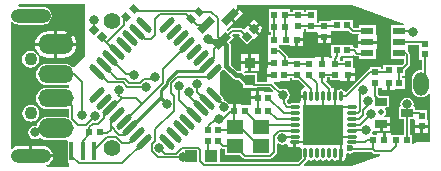
<source format=gtl>
G04 Layer_Physical_Order=1*
G04 Layer_Color=255*
%FSLAX25Y25*%
%MOIN*%
G70*
G01*
G75*
%ADD10O,0.11811X0.06693*%
%ADD11O,0.11811X0.05906*%
%ADD12R,0.03937X0.03937*%
G04:AMPARAMS|DCode=13|XSize=23.62mil|YSize=59.06mil|CornerRadius=0mil|HoleSize=0mil|Usage=FLASHONLY|Rotation=135.000|XOffset=0mil|YOffset=0mil|HoleType=Round|Shape=Rectangle|*
%AMROTATEDRECTD13*
4,1,4,0.02923,0.01253,-0.01253,-0.02923,-0.02923,-0.01253,0.01253,0.02923,0.02923,0.01253,0.0*
%
%ADD13ROTATEDRECTD13*%

%ADD14R,0.01181X0.06299*%
%ADD15R,0.05512X0.04528*%
%ADD16R,0.04331X0.02362*%
%ADD17R,0.13189X0.13189*%
%ADD18O,0.01181X0.03740*%
%ADD19O,0.03740X0.01181*%
G04:AMPARAMS|DCode=20|XSize=21.65mil|YSize=64.96mil|CornerRadius=0mil|HoleSize=0mil|Usage=FLASHONLY|Rotation=45.000|XOffset=0mil|YOffset=0mil|HoleType=Round|Shape=Round|*
%AMOVALD20*
21,1,0.04331,0.02165,0.00000,0.00000,135.0*
1,1,0.02165,0.01531,-0.01531*
1,1,0.02165,-0.01531,0.01531*
%
%ADD20OVALD20*%

G04:AMPARAMS|DCode=21|XSize=21.65mil|YSize=64.96mil|CornerRadius=0mil|HoleSize=0mil|Usage=FLASHONLY|Rotation=135.000|XOffset=0mil|YOffset=0mil|HoleType=Round|Shape=Round|*
%AMOVALD21*
21,1,0.04331,0.02165,0.00000,0.00000,225.0*
1,1,0.02165,0.01531,0.01531*
1,1,0.02165,-0.01531,-0.01531*
%
%ADD21OVALD21*%

%ADD22R,0.03740X0.03740*%
%ADD23R,0.03937X0.02559*%
%ADD24R,0.02441X0.02441*%
%ADD25R,0.02441X0.02441*%
%ADD26P,0.03452X4X90.0*%
%ADD27P,0.03452X4X180.0*%
%ADD28R,0.02441X0.02362*%
%ADD29R,0.02362X0.02441*%
%ADD30R,0.02284X0.02441*%
%ADD31R,0.02441X0.02284*%
G04:AMPARAMS|DCode=32|XSize=24.41mil|YSize=22.84mil|CornerRadius=0mil|HoleSize=0mil|Usage=FLASHONLY|Rotation=315.000|XOffset=0mil|YOffset=0mil|HoleType=Round|Shape=Rectangle|*
%AMROTATEDRECTD32*
4,1,4,-0.01670,0.00056,-0.00056,0.01670,0.01670,-0.00056,0.00056,-0.01670,-0.01670,0.00056,0.0*
%
%ADD32ROTATEDRECTD32*%

%ADD33C,0.00700*%
%ADD34C,0.00600*%
%ADD35C,0.01000*%
%ADD36C,0.01575*%
%ADD37C,0.01969*%
%ADD38C,0.04331*%
%ADD39O,0.13386X0.04724*%
%ADD40O,0.05118X0.07874*%
%ADD41C,0.05512*%
%ADD42C,0.03150*%
%ADD43C,0.01969*%
%ADD44C,0.02362*%
G36*
X236762Y134597D02*
X237614D01*
Y131424D01*
X237402Y131237D01*
X236577Y131129D01*
X235808Y130811D01*
X235149Y130304D01*
X234642Y129644D01*
X234324Y128876D01*
X234215Y128051D01*
Y125295D01*
X234324Y124471D01*
X234642Y123702D01*
X235149Y123042D01*
X235808Y122536D01*
X236577Y122218D01*
X237402Y122109D01*
X238226Y122218D01*
X238995Y122536D01*
X239655Y123042D01*
X239953Y123431D01*
X240453Y123261D01*
Y107087D01*
X235925Y107087D01*
X234710Y106645D01*
X234301Y106932D01*
Y109695D01*
X233528D01*
Y115050D01*
X235105D01*
X235275Y114634D01*
X235279Y114564D01*
Y112902D01*
X237500D01*
X239720D01*
Y114622D01*
X239320D01*
Y117765D01*
X237269D01*
X237182Y117824D01*
X236811Y117898D01*
X235246D01*
Y118809D01*
X235197D01*
X234800Y119309D01*
X234895Y119783D01*
X234726Y120632D01*
X234245Y121351D01*
X233526Y121832D01*
X232677Y122001D01*
X231829Y121832D01*
X231109Y121351D01*
X230628Y120632D01*
X230460Y119783D01*
X230554Y119309D01*
X230157Y118809D01*
X230109D01*
Y115050D01*
X231590D01*
Y109695D01*
X230817D01*
Y109695D01*
X230600D01*
Y109695D01*
X227220D01*
Y110094D01*
X225500D01*
Y107874D01*
X224500D01*
Y110094D01*
X222779D01*
Y109695D01*
X221294D01*
X221058Y110135D01*
X221154Y110279D01*
X221279Y110909D01*
X223516D01*
Y113189D01*
X224016D01*
Y113689D01*
X226984D01*
Y115469D01*
X224992D01*
X224840Y115969D01*
X225158Y116181D01*
X225508Y116705D01*
X225631Y117323D01*
X225508Y117941D01*
X225275Y118290D01*
X225503Y118790D01*
X226584D01*
Y122549D01*
X223506D01*
X223016Y123039D01*
Y125148D01*
X223854D01*
X223868Y125148D01*
X224354Y125116D01*
Y124551D01*
X226075D01*
Y126772D01*
X227075D01*
Y124551D01*
X228795D01*
Y124951D01*
X231939D01*
Y128592D01*
X231087D01*
Y129282D01*
X231939D01*
Y131159D01*
X233362Y132583D01*
X233572Y132897D01*
X233646Y133268D01*
Y136319D01*
X233572Y136690D01*
X233362Y137004D01*
X232883Y137482D01*
X232884Y138592D01*
X232883Y139083D01*
X232907Y139583D01*
X236762D01*
Y134597D01*
D02*
G37*
G36*
X214469Y152756D02*
X231494Y146565D01*
X231407Y146072D01*
X227353D01*
Y142832D01*
X227353Y142510D01*
X227353D01*
Y142332D01*
X227353D01*
Y139092D01*
X227353Y138770D01*
X227353Y138270D01*
Y135030D01*
X231709D01*
Y133669D01*
X230962Y132923D01*
X228738D01*
X228455Y132923D01*
X227955Y132923D01*
X224754D01*
Y131559D01*
X223868D01*
Y132332D01*
X220227D01*
Y131534D01*
X219984Y131485D01*
X219669Y131275D01*
X215582Y127188D01*
X215213Y127526D01*
Y129224D01*
X213492D01*
Y127504D01*
X215191D01*
X215529Y127135D01*
X212314Y123920D01*
X211771Y124084D01*
X211751Y124185D01*
X211488Y124579D01*
X211094Y124842D01*
X210630Y124934D01*
X210165Y124842D01*
X209930Y124685D01*
X209808Y124867D01*
X209282Y125219D01*
X209161Y125243D01*
Y122441D01*
X208161D01*
Y125243D01*
X208124Y125235D01*
X207802Y125299D01*
X207588Y125371D01*
X207378Y125685D01*
X205659Y127404D01*
X205866Y127904D01*
X206151D01*
Y128756D01*
X206841D01*
Y127904D01*
X210482D01*
X210772Y127524D01*
Y127504D01*
X212492D01*
Y129724D01*
X212992D01*
Y130224D01*
X215213D01*
Y131945D01*
X214813D01*
Y135088D01*
X211172D01*
Y134236D01*
X210482D01*
Y135088D01*
X210482Y135088D01*
X210393Y135485D01*
X210663Y135975D01*
X214616D01*
Y136162D01*
X215116Y136369D01*
X215457Y136028D01*
X215771Y135818D01*
X216142Y135744D01*
X216723D01*
Y135030D01*
X222253D01*
Y138370D01*
X222654D01*
Y140051D01*
X216323D01*
Y138608D01*
X215823Y138401D01*
X215744Y138480D01*
X215430Y138690D01*
X215059Y138764D01*
X214616D01*
Y139616D01*
X207432D01*
Y135975D01*
X207542D01*
X207763Y135563D01*
X207553Y135088D01*
X206841D01*
X206551Y135468D01*
Y135488D01*
X204831D01*
Y133307D01*
X203831D01*
Y135488D01*
X202110D01*
Y135468D01*
X201820Y135088D01*
X198180D01*
Y135088D01*
X197883Y135088D01*
Y135088D01*
X194243D01*
Y135088D01*
X193750Y135105D01*
Y135285D01*
X192898D01*
Y135630D01*
X192824Y136001D01*
X192614Y136315D01*
X190646Y138283D01*
X190331Y138493D01*
X190009Y138557D01*
Y139501D01*
X190503Y139518D01*
Y139518D01*
X193646D01*
Y139118D01*
X195366D01*
Y141339D01*
X195866D01*
Y141839D01*
X198087D01*
Y143559D01*
X198087D01*
X198119Y144046D01*
X198277D01*
Y144858D01*
X198967D01*
Y144046D01*
X202608D01*
X202898Y143666D01*
Y142823D01*
X205118D01*
X207339D01*
Y143781D01*
X207432Y144243D01*
X207714Y144243D01*
X213246D01*
X213882Y143606D01*
X214196Y143396D01*
X214567Y143323D01*
X216723D01*
Y142732D01*
X216323D01*
Y141051D01*
X222654D01*
Y142732D01*
X222253D01*
Y146072D01*
X216723D01*
Y145260D01*
X214968D01*
X214616Y145612D01*
Y147883D01*
X207432D01*
Y147704D01*
X206939Y147687D01*
Y147687D01*
X203298D01*
Y146835D01*
X202608D01*
Y151230D01*
X198967D01*
Y150417D01*
X198277D01*
Y151230D01*
X194636D01*
Y150575D01*
X193750D01*
Y151427D01*
X186565D01*
Y147786D01*
X186565D01*
X186565Y147490D01*
X186565D01*
Y143849D01*
X187220D01*
Y142962D01*
X186369D01*
Y139321D01*
Y135778D01*
X186165Y135685D01*
Y133965D01*
X188386D01*
Y132965D01*
X186165D01*
Y131748D01*
X185969D01*
Y130028D01*
X188189D01*
Y129028D01*
X185969D01*
Y127347D01*
X182785D01*
Y130226D01*
X178520D01*
X178475Y130291D01*
X178739Y130791D01*
X179815D01*
Y133161D01*
X177445D01*
Y131239D01*
X176945Y130829D01*
X176870Y130844D01*
X176078D01*
X173892Y133030D01*
Y139556D01*
X173784Y140097D01*
X173478Y140556D01*
X173323Y140711D01*
X174835Y142223D01*
X174260Y142798D01*
X174687Y143224D01*
X176754D01*
X176992Y142756D01*
X176586Y142350D01*
X179161Y139775D01*
X181383Y141998D01*
X181666Y141715D01*
X182883Y142931D01*
X181313Y144502D01*
X179743Y146072D01*
X178526Y144855D01*
X178027Y144853D01*
X178002Y144878D01*
X177688Y145088D01*
X177317Y145161D01*
X174285D01*
X173915Y145088D01*
X173600Y144878D01*
X172890Y144168D01*
X172473Y144585D01*
X174896Y147009D01*
X173354Y148551D01*
X173708Y148905D01*
X173354Y149258D01*
X176149Y152053D01*
X175908Y152294D01*
X176100Y152756D01*
X214469Y152756D01*
D02*
G37*
G36*
X194243Y127904D02*
X196474D01*
X198575Y125803D01*
X198410Y125261D01*
X198198Y125219D01*
X197672Y124867D01*
X197321Y124341D01*
X197197Y123721D01*
Y122941D01*
X198819D01*
Y121941D01*
X197197D01*
Y121161D01*
X197215Y121073D01*
X197130Y120587D01*
X196791Y120227D01*
X196630Y120097D01*
X196555Y120112D01*
X193996D01*
X193532Y120019D01*
X193303Y119866D01*
X193216D01*
X192603Y120480D01*
Y121063D01*
X192906Y121267D01*
X193387Y121986D01*
X193556Y122835D01*
X193387Y123683D01*
X192906Y124403D01*
X192187Y124883D01*
X191339Y125052D01*
X190490Y124883D01*
X190297Y124754D01*
X188244Y126807D01*
X188451Y127307D01*
X190410D01*
Y127707D01*
X193553D01*
Y128716D01*
X194243D01*
Y127904D01*
D02*
G37*
G36*
X174492Y128429D02*
X174951Y128122D01*
X175492Y128015D01*
X176284D01*
X177543Y126756D01*
X177845Y126554D01*
Y125286D01*
X182785D01*
Y125409D01*
X186902D01*
X187944Y124368D01*
X187736Y123868D01*
X185094D01*
Y124268D01*
X183374D01*
Y122047D01*
X182874D01*
Y121547D01*
X180654D01*
Y119917D01*
X180364Y119537D01*
X177220D01*
Y119937D01*
X175500D01*
Y117717D01*
X174500D01*
Y119937D01*
X173423D01*
X173131Y120373D01*
X172412Y120854D01*
X171982Y120939D01*
X171553Y121343D01*
X171422Y122000D01*
X171050Y122556D01*
X170472Y123134D01*
Y130409D01*
X171050Y130987D01*
X171122Y131094D01*
X171765Y131156D01*
X174492Y128429D01*
D02*
G37*
G36*
X125197Y149705D02*
Y136122D01*
X125295Y136024D01*
X121510Y132238D01*
X121056Y132268D01*
X120314Y132838D01*
X119449Y133196D01*
X118522Y133318D01*
X112616D01*
X111689Y133196D01*
X110825Y132838D01*
X110082Y132268D01*
X109513Y131526D01*
X109155Y130662D01*
X109033Y129734D01*
X109155Y128807D01*
X109513Y127943D01*
X110082Y127200D01*
X110825Y126631D01*
X111689Y126273D01*
X112616Y126151D01*
X118522D01*
X119449Y126273D01*
X119663Y126362D01*
X120079Y126084D01*
Y125385D01*
X119663Y125107D01*
X119449Y125196D01*
X118522Y125318D01*
X112616D01*
X111689Y125196D01*
X110825Y124838D01*
X110082Y124268D01*
X109513Y123526D01*
X109155Y122662D01*
X109033Y121734D01*
X109155Y120807D01*
X109513Y119942D01*
X110082Y119200D01*
X110825Y118631D01*
X111689Y118273D01*
X112616Y118151D01*
X118522D01*
X119449Y118273D01*
X119663Y118361D01*
X120079Y118084D01*
Y115648D01*
X119663Y115370D01*
X119158Y115579D01*
X118128Y115715D01*
X113010D01*
X111980Y115579D01*
X111020Y115182D01*
X110195Y114549D01*
X109563Y113725D01*
X109165Y112765D01*
X108931Y112597D01*
X108661Y112651D01*
X107813Y112482D01*
X107094Y112001D01*
X106613Y111282D01*
X106444Y110433D01*
X106613Y109584D01*
X107094Y108865D01*
X107813Y108384D01*
X108661Y108216D01*
X109510Y108384D01*
X110229Y108865D01*
X110260Y108870D01*
X111020Y108287D01*
X111980Y107889D01*
X113010Y107754D01*
X118128D01*
X119077Y107879D01*
X119257Y107803D01*
X119577Y107522D01*
Y100384D01*
X120079D01*
Y98917D01*
X112521D01*
X112422Y99417D01*
X112916Y99622D01*
X113619Y100161D01*
X114157Y100864D01*
X114496Y101681D01*
X114546Y102059D01*
X107284D01*
Y102559D01*
X106784D01*
Y105950D01*
X103347D01*
X102469Y105835D01*
X101651Y105496D01*
X100992Y104990D01*
X100647Y105059D01*
X100492Y105112D01*
Y147344D01*
X100992Y147513D01*
X101234Y147198D01*
X101853Y146723D01*
X102573Y146425D01*
X103347Y146323D01*
X111221D01*
X111994Y146425D01*
X112715Y146723D01*
X113333Y147198D01*
X113808Y147817D01*
X114107Y148538D01*
X114208Y149311D01*
X114107Y150084D01*
X113808Y150805D01*
X113333Y151424D01*
X112715Y151899D01*
X111994Y152197D01*
X111221Y152299D01*
X103347D01*
X103181Y152277D01*
X102947Y152751D01*
X103347Y153150D01*
X125197D01*
Y149705D01*
D02*
G37*
G36*
X221466Y103449D02*
X221780Y103239D01*
X222151Y103165D01*
X223701D01*
X223787Y102673D01*
X214272Y99213D01*
X198408Y99213D01*
X198216Y99674D01*
X199468Y100926D01*
X199575Y101086D01*
X199586Y101097D01*
X200055Y101235D01*
X200179Y101238D01*
X200323Y101142D01*
X200787Y101050D01*
X201252Y101142D01*
X201646Y101405D01*
X201898D01*
X202291Y101142D01*
X202756Y101050D01*
X203220Y101142D01*
X203614Y101405D01*
X203866D01*
X204260Y101142D01*
X204724Y101050D01*
X205189Y101142D01*
X205583Y101405D01*
X205835D01*
X206228Y101142D01*
X206693Y101050D01*
X207157Y101142D01*
X207551Y101405D01*
X207803D01*
X208197Y101142D01*
X208661Y101050D01*
X209126Y101142D01*
X209361Y101300D01*
X209483Y101117D01*
X210009Y100766D01*
X210130Y100742D01*
Y103543D01*
X211130D01*
Y100742D01*
X211250Y100766D01*
X211777Y101117D01*
X212128Y101643D01*
X212252Y102264D01*
Y103342D01*
X212752Y103609D01*
X212997Y103445D01*
X213691Y103307D01*
X214387Y103445D01*
X214976Y103839D01*
X214989Y103859D01*
X221056D01*
X221466Y103449D01*
D02*
G37*
G36*
X195776Y105465D02*
X196555D01*
X196644Y105482D01*
X197130Y105398D01*
X197490Y105059D01*
X197620Y104898D01*
X197605Y104823D01*
Y102264D01*
X197697Y101799D01*
X197717Y101770D01*
X196372Y100426D01*
X170472D01*
Y104837D01*
X170972Y105087D01*
X171086Y105011D01*
X171457Y104937D01*
X171939D01*
Y103042D01*
X176789D01*
X177824Y102007D01*
X178138Y101797D01*
X178509Y101723D01*
X187106D01*
X187477Y101797D01*
X187791Y102007D01*
X189007Y103222D01*
X189216Y103536D01*
X189290Y103907D01*
Y106490D01*
X189790Y106752D01*
X190293Y106416D01*
X191142Y106247D01*
X191990Y106416D01*
X192231Y106577D01*
X192498Y106466D01*
X192849Y105940D01*
X193376Y105588D01*
X193996Y105465D01*
X194776D01*
Y107087D01*
X195776D01*
Y105465D01*
D02*
G37*
%LPC*%
G36*
X237000Y111902D02*
X235279D01*
Y110181D01*
X237000D01*
Y111902D01*
D02*
G37*
G36*
X239720D02*
X238000D01*
Y110181D01*
X239720D01*
Y111902D01*
D02*
G37*
G36*
X226984Y112689D02*
X224516D01*
Y110909D01*
X226984D01*
Y112689D01*
D02*
G37*
G36*
X183185Y133161D02*
X180815D01*
Y130791D01*
X183185D01*
Y133161D01*
D02*
G37*
G36*
X207339Y141823D02*
X205618D01*
Y140102D01*
X207339D01*
Y141823D01*
D02*
G37*
G36*
X176856Y151346D02*
X174415Y148905D01*
X175603Y147716D01*
X178045Y150157D01*
X176856Y151346D01*
D02*
G37*
G36*
X181666Y147995D02*
X180450Y146779D01*
X181666Y145562D01*
X182883Y146779D01*
X181666Y147995D01*
D02*
G37*
G36*
X183590Y146072D02*
X182373Y144855D01*
X183590Y143639D01*
X184806Y144855D01*
X183590Y146072D01*
D02*
G37*
G36*
X183185Y136531D02*
X180815D01*
Y134161D01*
X183185D01*
Y136531D01*
D02*
G37*
G36*
X179815D02*
X177445D01*
Y134161D01*
X179815D01*
Y136531D01*
D02*
G37*
G36*
X204618Y141823D02*
X202898D01*
Y140102D01*
X204618D01*
Y141823D01*
D02*
G37*
G36*
X198087Y140839D02*
X196366D01*
Y139118D01*
X198087D01*
Y140839D01*
D02*
G37*
G36*
X182374Y124268D02*
X180654D01*
Y122547D01*
X182374D01*
Y124268D01*
D02*
G37*
G36*
X111221Y105950D02*
X107784D01*
Y103059D01*
X114546D01*
X114496Y103437D01*
X114157Y104255D01*
X113619Y104957D01*
X112916Y105496D01*
X112098Y105835D01*
X111221Y105950D01*
D02*
G37*
G36*
X107274Y119555D02*
X106552Y119460D01*
X105879Y119181D01*
X105301Y118738D01*
X104858Y118160D01*
X104579Y117488D01*
X104484Y116766D01*
X104579Y116044D01*
X104858Y115371D01*
X105301Y114794D01*
X105879Y114350D01*
X106552Y114072D01*
X107274Y113977D01*
X107996Y114072D01*
X108668Y114350D01*
X109246Y114794D01*
X109689Y115371D01*
X109968Y116044D01*
X110063Y116766D01*
X109968Y117488D01*
X109689Y118160D01*
X109246Y118738D01*
X108668Y119181D01*
X107996Y119460D01*
X107274Y119555D01*
D02*
G37*
G36*
X107175Y137567D02*
X106453Y137472D01*
X105781Y137193D01*
X105203Y136750D01*
X104760Y136172D01*
X104481Y135500D01*
X104386Y134778D01*
X104481Y134056D01*
X104760Y133383D01*
X105203Y132805D01*
X105781Y132362D01*
X106453Y132083D01*
X107175Y131988D01*
X107897Y132083D01*
X108570Y132362D01*
X109148Y132805D01*
X109591Y133383D01*
X109870Y134056D01*
X109965Y134778D01*
X109870Y135500D01*
X109591Y136172D01*
X109148Y136750D01*
X108570Y137193D01*
X107897Y137472D01*
X107175Y137567D01*
D02*
G37*
G36*
X118128Y144118D02*
X116069D01*
Y140234D01*
X122446D01*
X122363Y140869D01*
X121925Y141926D01*
X121228Y142834D01*
X120320Y143531D01*
X119263Y143969D01*
X118128Y144118D01*
D02*
G37*
G36*
X115069D02*
X113010D01*
X111875Y143969D01*
X110818Y143531D01*
X109910Y142834D01*
X109213Y141926D01*
X108775Y140869D01*
X108692Y140234D01*
X115069D01*
Y144118D01*
D02*
G37*
G36*
Y139234D02*
X108692D01*
X108775Y138600D01*
X109213Y137542D01*
X109910Y136634D01*
X110818Y135938D01*
X111875Y135500D01*
X113010Y135350D01*
X115069D01*
Y139234D01*
D02*
G37*
G36*
X122446D02*
X116069D01*
Y135350D01*
X118128D01*
X119263Y135500D01*
X120320Y135938D01*
X121228Y136634D01*
X121925Y137542D01*
X122363Y138600D01*
X122446Y139234D01*
D02*
G37*
%LPD*%
D10*
X115569Y111734D02*
D03*
Y139734D02*
D03*
D11*
Y121734D02*
D03*
Y129734D02*
D03*
D12*
X160728Y102461D02*
D03*
X167421D02*
D03*
D13*
X165774Y146260D02*
D03*
X171063Y140971D02*
D03*
X173708Y148905D02*
D03*
D14*
X120768Y104134D02*
D03*
X124508D02*
D03*
X128248D02*
D03*
D15*
X183957Y112205D02*
D03*
X175295D02*
D03*
Y105905D02*
D03*
X183957D02*
D03*
D16*
X230118Y144291D02*
D03*
Y140551D02*
D03*
Y136811D02*
D03*
X219488D02*
D03*
Y140551D02*
D03*
Y144291D02*
D03*
D17*
X204724Y112992D02*
D03*
D18*
X198819Y122441D02*
D03*
X200787D02*
D03*
X202756D02*
D03*
X204724D02*
D03*
X206693D02*
D03*
X208661D02*
D03*
X210630D02*
D03*
Y103543D02*
D03*
X208661D02*
D03*
X206693D02*
D03*
X204724D02*
D03*
X202756D02*
D03*
X200787D02*
D03*
X198819D02*
D03*
D19*
X214173Y118898D02*
D03*
Y116929D02*
D03*
Y114961D02*
D03*
Y112992D02*
D03*
Y111024D02*
D03*
Y109055D02*
D03*
Y107087D02*
D03*
X195276D02*
D03*
Y109055D02*
D03*
Y111024D02*
D03*
Y112992D02*
D03*
Y114961D02*
D03*
Y116929D02*
D03*
Y118898D02*
D03*
D20*
X129332Y130669D02*
D03*
X131559Y132896D02*
D03*
X133786Y135123D02*
D03*
X136013Y137350D02*
D03*
X138240Y139577D02*
D03*
X140467Y141805D02*
D03*
X142694Y144032D02*
D03*
X144922Y146259D02*
D03*
X168306Y122874D02*
D03*
X166079Y120647D02*
D03*
X163852Y118420D02*
D03*
X161625Y116193D02*
D03*
X159398Y113966D02*
D03*
X157171Y111739D02*
D03*
X154944Y109512D02*
D03*
X152716Y107284D02*
D03*
D21*
X152716Y146259D02*
D03*
X154944Y144032D02*
D03*
X157171Y141805D02*
D03*
X159398Y139577D02*
D03*
X161625Y137350D02*
D03*
X163852Y135123D02*
D03*
X166079Y132896D02*
D03*
X168306Y130669D02*
D03*
X144922Y107284D02*
D03*
X142694Y109512D02*
D03*
X140467Y111739D02*
D03*
X138240Y113966D02*
D03*
X136013Y116193D02*
D03*
X133786Y118420D02*
D03*
X131559Y120647D02*
D03*
X129332Y122874D02*
D03*
D22*
X180315Y133661D02*
D03*
Y127756D02*
D03*
D23*
X232677Y116929D02*
D03*
X224016Y113189D02*
D03*
Y120669D02*
D03*
D24*
X191732Y129528D02*
D03*
X188189D02*
D03*
X191929Y133465D02*
D03*
X188386D02*
D03*
X188386Y149606D02*
D03*
X191929D02*
D03*
X195866Y141339D02*
D03*
X192323D02*
D03*
X186417Y122047D02*
D03*
X182874D02*
D03*
X186417Y117717D02*
D03*
X182874D02*
D03*
X178543D02*
D03*
X175000D02*
D03*
X221457Y107874D02*
D03*
X225000D02*
D03*
X212795Y146063D02*
D03*
X209252D02*
D03*
X212795Y137795D02*
D03*
X209252D02*
D03*
X230118Y126772D02*
D03*
X226575D02*
D03*
X130315Y110630D02*
D03*
X126772D02*
D03*
D25*
X188189Y137598D02*
D03*
Y141142D02*
D03*
X200787Y149409D02*
D03*
Y145866D02*
D03*
X205118Y142323D02*
D03*
Y145866D02*
D03*
X169685Y107677D02*
D03*
Y111221D02*
D03*
X212992Y129724D02*
D03*
Y133268D02*
D03*
X208661Y129724D02*
D03*
Y133268D02*
D03*
X238583Y136417D02*
D03*
Y139961D02*
D03*
X237500Y115945D02*
D03*
Y112402D02*
D03*
D26*
X181666Y144855D02*
D03*
X179161Y142350D02*
D03*
D27*
X128373Y144658D02*
D03*
X130879Y142153D02*
D03*
D28*
X200000Y133307D02*
D03*
Y129685D02*
D03*
X196063Y129685D02*
D03*
Y133307D02*
D03*
X196457Y145827D02*
D03*
Y149449D02*
D03*
X204331Y129685D02*
D03*
Y133307D02*
D03*
D29*
X191969Y145669D02*
D03*
X188347D02*
D03*
D30*
X228858Y107874D02*
D03*
X232559D02*
D03*
X230197Y131102D02*
D03*
X226496D02*
D03*
D31*
X222047Y126890D02*
D03*
Y130590D02*
D03*
X166339Y111299D02*
D03*
Y107598D02*
D03*
D32*
X139046Y148888D02*
D03*
X141663Y151505D02*
D03*
X160699Y148101D02*
D03*
X163316Y150718D02*
D03*
D33*
X124311Y116142D02*
Y127165D01*
X121742Y129734D02*
X124311Y127165D01*
X115569Y129734D02*
X121742D01*
X115569Y121734D02*
X118423D01*
X121063Y119095D01*
Y114875D02*
Y119095D01*
Y114875D02*
X122946Y112992D01*
X125591D01*
X128543Y115945D01*
X151277Y131457D02*
X159398Y139577D01*
X151277Y127011D02*
Y131457D01*
X144193Y119927D02*
X151277Y127011D01*
X144193Y119919D02*
Y119927D01*
X133858Y112411D02*
Y114038D01*
X169647Y142387D02*
Y148463D01*
X167392Y150718D02*
X169647Y148463D01*
X163316Y150718D02*
X167392D01*
X142261Y121850D02*
X144193Y119919D01*
X137500Y121850D02*
X142261D01*
X136516Y123018D02*
Y124761D01*
X136424Y122926D02*
X136516Y123018D01*
X178543Y127756D02*
X180315D01*
X169980Y114961D02*
X171290D01*
X174046Y117717D01*
X175000D01*
X168898Y114961D02*
X169980D01*
X166339Y112402D02*
X168898Y114961D01*
X166339Y111299D02*
Y112402D01*
X166437Y141535D02*
X167002Y140971D01*
X134070Y118420D02*
X137500Y121850D01*
X136424Y122926D02*
X137500Y121850D01*
X120768Y146752D02*
Y146803D01*
X169606Y111299D02*
X169685Y111221D01*
X221457Y104828D02*
X222151Y104134D01*
X221457Y104828D02*
Y107874D01*
X213396Y104828D02*
X221457D01*
X191142Y108465D02*
X191732Y109055D01*
X190130Y111024D02*
X195276D01*
X188322Y109215D02*
X190130Y111024D01*
X191732Y109055D02*
X195276D01*
X132480Y140551D02*
X135681Y137350D01*
X130879Y142153D02*
X132480Y140551D01*
X128373Y144658D02*
Y147861D01*
X135681Y137350D02*
X136013D01*
X130879Y142001D02*
Y142153D01*
X131595Y116228D02*
X133786Y118420D01*
X133858Y111319D02*
Y112411D01*
X132776Y110236D02*
X133858Y111319D01*
X130610Y110236D02*
X132776D01*
X130315Y109941D02*
X130610Y110236D01*
X138240Y113966D02*
X144193Y119919D01*
X133786Y118420D02*
X134070D01*
X138359Y109630D02*
X140467Y111739D01*
X133858Y114038D02*
X136013Y116193D01*
X169647Y142387D02*
X171063Y140971D01*
X136013Y116193D02*
X136173D01*
X166079Y132896D02*
X168405Y135223D01*
Y138313D01*
X171063Y140971D01*
X177317Y144193D02*
X179161Y142350D01*
X174285Y144193D02*
X177317D01*
X171063Y140971D02*
X174285Y144193D01*
X174311Y111221D02*
X175295Y112205D01*
X175000Y112500D02*
X176575D01*
X183169Y105905D01*
X183957D01*
X169685Y111221D02*
X174311D01*
X169685Y107677D02*
X171457Y105905D01*
X175295D01*
X175000Y112500D02*
X175295Y112205D01*
X175000Y112500D02*
Y117717D01*
X175295Y105905D02*
X178509Y102692D01*
X183957Y112205D02*
X184744Y112992D01*
X195276D01*
X178543Y117618D02*
Y117717D01*
Y117618D02*
X183957Y112205D01*
X182874Y117717D02*
Y122047D01*
X220354Y130591D02*
X222047D01*
X212205Y122441D02*
X220354Y130591D01*
X210630Y122441D02*
X212205D01*
X197835Y149449D02*
X200748D01*
X196457D02*
X197835D01*
X196299Y149606D02*
X196457Y149449D01*
X191929Y149606D02*
X196299D01*
X230118Y131024D02*
X230197Y131102D01*
X230118Y126772D02*
Y131024D01*
X236811Y116929D02*
X237795Y115945D01*
X232677Y116929D02*
X236811D01*
X230118Y144291D02*
X234154D01*
X234547Y143898D01*
X232677Y116929D02*
Y119783D01*
X187303Y126378D02*
X190847Y122835D01*
X181693Y126378D02*
X187303D01*
X180315Y127756D02*
X181693Y126378D01*
X190847Y122835D02*
X191339D01*
X192815Y118898D02*
X195276D01*
X191634Y120079D02*
X192815Y118898D01*
X191634Y120079D02*
Y122539D01*
X191339Y122835D02*
X191634Y122539D01*
X191535Y116929D02*
X195276D01*
X186417Y122047D02*
X191535Y116929D01*
X222151Y104134D02*
X227165D01*
X222047Y122638D02*
X224016Y120669D01*
X222047Y122638D02*
Y126890D01*
X219390Y107972D02*
X221358D01*
X218504Y107087D02*
X219390Y107972D01*
X214173Y107087D02*
X218504D01*
X198819Y118898D02*
X204724Y112992D01*
X198819Y118898D02*
Y122441D01*
X204724Y112992D02*
Y122441D01*
X209350Y117618D02*
X210630Y118898D01*
X204724Y112992D02*
X209350Y117618D01*
X208661Y118307D02*
X209350Y117618D01*
X208661Y118307D02*
Y122441D01*
X210630Y118898D02*
X214173D01*
X208661Y109055D02*
X210630Y107087D01*
X204724Y112992D02*
X208661Y109055D01*
X214173D01*
X198819Y107087D02*
X204724Y112992D01*
X195276Y107087D02*
X198819D01*
X210630Y103543D02*
Y107087D01*
X186417Y117717D02*
X189173Y114961D01*
X195276D01*
X230118Y136811D02*
X232185D01*
X232677Y136319D01*
Y133268D02*
Y136319D01*
X230512Y131102D02*
X232677Y133268D01*
X230197Y131102D02*
X230512D01*
X225984Y130591D02*
X226496Y131102D01*
X222047Y130591D02*
X225984D01*
X196063Y133307D02*
X200000D01*
X200787Y122441D02*
Y124961D01*
X196063Y129685D02*
X200787Y124961D01*
X200000Y129685D02*
X200236D01*
X199803D02*
X200000D01*
X199803D02*
X202756Y126732D01*
Y122441D02*
Y126732D01*
X197677Y149606D02*
X197835Y149449D01*
X205551Y129724D02*
X208661D01*
X204370D02*
X205551D01*
X204331Y127362D02*
Y129685D01*
Y127362D02*
X206693Y125000D01*
Y122441D02*
Y125000D01*
X202756Y122441D02*
X202756Y122441D01*
X221358Y107972D02*
X221457Y107874D01*
X227165Y104134D02*
X228858Y105827D01*
Y107874D01*
X232559Y116811D02*
X232677Y116929D01*
X232559Y107874D02*
Y116811D01*
X238090Y126279D02*
X238583Y126772D01*
Y136417D01*
X237992Y140551D02*
X238583Y139961D01*
X230118Y140551D02*
X237992D01*
X219390Y136713D02*
X219488Y136811D01*
X216142Y136713D02*
X219390D01*
X215059Y137795D02*
X216142Y136713D01*
X212795Y137795D02*
X215059D01*
X214567Y144291D02*
X219488D01*
X212795Y146063D02*
X214567Y144291D01*
X209055Y145866D02*
X209252Y146063D01*
X205118Y145866D02*
X209055D01*
X209252Y137795D02*
X209449Y137598D01*
Y135827D02*
Y137598D01*
X208661Y135039D02*
X209449Y135827D01*
X208661Y133268D02*
Y135039D01*
Y133268D02*
X212992D01*
X205512Y129685D02*
X205551Y129724D01*
X200787Y145866D02*
X205118D01*
X200748Y145827D02*
X200787Y145866D01*
X196457Y145827D02*
X200748D01*
Y149449D02*
X200787Y149409D01*
X191929Y149606D02*
X191969Y149567D01*
Y145669D02*
Y149567D01*
X188347D02*
X188386Y149606D01*
X188347Y145669D02*
Y149567D01*
X191969Y145669D02*
X192323Y145315D01*
Y141339D02*
Y145315D01*
X188189Y145512D02*
X188347Y145669D01*
X188189Y141142D02*
Y145512D01*
Y137598D02*
X189961D01*
X191929Y135630D01*
Y133465D02*
Y135630D01*
X195906Y133465D02*
X196063Y133307D01*
X191929Y133465D02*
X195906D01*
X191929Y129528D02*
X192087Y129685D01*
X196063D01*
X138287Y148130D02*
X138947Y148790D01*
X133858Y112411D02*
X136245Y110024D01*
X136284D01*
X136678Y109630D01*
X138359D01*
X124508Y107677D02*
X126772Y109941D01*
X124508Y104134D02*
X124705Y104331D01*
X124508Y104134D02*
Y107677D01*
X126772Y109941D02*
Y112106D01*
X127953Y113287D01*
X129724D01*
X131595Y115157D01*
Y116228D01*
X114268Y110433D02*
X115569Y111734D01*
X108661Y110433D02*
X114268D01*
X187106Y102692D02*
X188322Y103907D01*
X178509Y102692D02*
X187106D01*
X188322Y103907D02*
Y109215D01*
X138287Y146260D02*
Y148130D01*
X132480Y140551D02*
X132579D01*
X138287Y146260D01*
D34*
X148819Y111417D02*
X155118Y117717D01*
Y122539D01*
X156602Y121216D02*
Y125990D01*
Y121216D02*
X161625Y116193D01*
X154127Y123530D02*
X155118Y122539D01*
X154127Y123530D02*
Y127015D01*
X156063Y128951D01*
X166588D02*
X168306Y130669D01*
X156063Y128951D02*
X166588D01*
X148728Y128649D02*
Y128746D01*
X148444Y128365D02*
X148728Y128649D01*
X148819Y107694D02*
Y111417D01*
X149791Y102103D02*
X157812D01*
X160531Y103051D02*
X160728Y102854D01*
X144944Y128365D02*
X148444D01*
X143547Y126969D02*
X144944Y128365D01*
X139906Y126969D02*
X143547D01*
X138509Y128365D02*
X139906Y126969D01*
X139488Y125689D02*
X145768D01*
X138012Y127165D02*
X139488Y125689D01*
X133786Y135123D02*
X138988Y129921D01*
X141634D01*
X132835Y127165D02*
X138012D01*
X136090Y128365D02*
X138509D01*
X131559Y132896D02*
X136090Y128365D01*
X129332Y130669D02*
X132835Y127165D01*
X159843Y122429D02*
X163852Y118420D01*
X159843Y122429D02*
Y123819D01*
X162795Y123931D02*
Y126476D01*
Y123931D02*
X166079Y120647D01*
X166339Y103937D02*
X167421Y102854D01*
X163160Y150718D02*
X163316D01*
X198819Y101575D02*
Y103543D01*
X171563Y118805D02*
Y119617D01*
X168306Y122874D02*
X171563Y119617D01*
X142694Y144032D02*
X145191Y141535D01*
X147343D01*
X148721Y142913D01*
Y148228D01*
X160699Y148060D02*
Y148101D01*
Y148060D02*
X162500Y146260D01*
X165774D01*
X216943Y123533D02*
X217924Y124514D01*
X216943Y118280D02*
Y123533D01*
X216896Y118233D02*
X216943Y118280D01*
X216896Y117487D02*
Y118233D01*
X218096Y117736D02*
X219794Y119434D01*
Y120970D01*
X218096Y116344D02*
Y117736D01*
X216339Y116929D02*
X216896Y117487D01*
X214173Y116929D02*
X216339D01*
X216712Y114961D02*
X218096Y116344D01*
X214173Y114961D02*
X216712D01*
X216929Y112992D02*
X220571Y116634D01*
X214173Y112992D02*
X216929D01*
X214277Y111127D02*
X219105D01*
X214173Y111024D02*
X214277Y111127D01*
X140073Y106890D02*
X142694Y109512D01*
X137721Y100084D02*
X144922Y107284D01*
X137651Y106890D02*
X140073D01*
X135766Y108774D02*
X137651Y106890D01*
X132738Y108774D02*
X135766D01*
X123242Y100084D02*
X137721D01*
X128445Y104481D02*
X132738Y108774D01*
X128445Y104134D02*
Y104481D01*
X120965Y102362D02*
X123242Y100084D01*
X120965Y102362D02*
Y104134D01*
X196752Y99508D02*
X198819Y101575D01*
X150265Y149773D02*
X159028D01*
X148721Y148228D02*
X150265Y149773D01*
X159028D02*
X160699Y148101D01*
X160531Y103051D02*
X162106D01*
X166339Y103937D02*
Y107598D01*
X165059Y99508D02*
X196752D01*
X163779Y100787D02*
X165059Y99508D01*
X163779Y100787D02*
Y104619D01*
X149742Y105385D02*
X150010D01*
X152091Y103303D01*
X163070Y105329D02*
X163779Y104619D01*
X157538Y105329D02*
X163070D01*
X152091Y103303D02*
X155512D01*
X157538Y105329D01*
X157812Y102103D02*
X157874Y102165D01*
X141663Y151505D02*
X142184Y150984D01*
X163050D01*
X163316Y150718D01*
X147535Y106410D02*
X148819Y107694D01*
X147535Y104359D02*
X149791Y102103D01*
X147535Y104359D02*
Y106410D01*
D35*
X152727Y127595D02*
X156136Y131004D01*
X164187D02*
X166079Y132896D01*
X156136Y131004D02*
X164187D01*
X152727Y126411D02*
Y127595D01*
X150776Y124459D02*
X152727Y126411D01*
X150776Y122218D02*
Y124459D01*
X140467Y111910D02*
X150776Y122218D01*
Y121862D02*
Y122218D01*
X140467Y111739D02*
Y111910D01*
X150776Y121862D02*
X152598Y120039D01*
D36*
X171063Y140971D02*
X172478Y139556D01*
Y132444D02*
Y139556D01*
Y132444D02*
X175492Y129429D01*
X176870D01*
X178543Y127756D01*
X167002Y140971D02*
X171063D01*
D37*
X115569Y139734D02*
X117096D01*
X120768Y143405D01*
Y146752D01*
D38*
X107274Y116766D02*
D03*
X107175Y134778D02*
D03*
D39*
X107284Y149311D02*
D03*
Y102559D02*
D03*
D40*
X237402Y126673D02*
D03*
D41*
X134252Y147638D02*
D03*
X134252Y105118D02*
D03*
D42*
X124311Y116142D02*
D03*
X148728Y128746D02*
D03*
X141732Y129527D02*
D03*
X136516Y124662D02*
D03*
X169980Y114961D02*
D03*
X152598Y120039D02*
D03*
X156602Y125990D02*
D03*
X166437Y141535D02*
D03*
X145768Y125689D02*
D03*
X120768Y146752D02*
D03*
X159843Y123819D02*
D03*
X162795Y126476D02*
D03*
X171563Y118805D02*
D03*
X191142Y108465D02*
D03*
X128373Y147861D02*
D03*
X128543Y115945D02*
D03*
X234547Y143898D02*
D03*
X232677Y119783D02*
D03*
X191339Y122835D02*
D03*
X217924Y124514D02*
D03*
X219794Y120970D02*
D03*
X220571Y116634D02*
D03*
X219105Y111127D02*
D03*
X157874Y102165D02*
D03*
X150010Y105385D02*
D03*
X108661Y110433D02*
D03*
D43*
X175984Y126279D02*
D03*
X209055Y112992D02*
D03*
X201181D02*
D03*
Y109449D02*
D03*
X212205Y140847D02*
D03*
Y143209D02*
D03*
X209055D02*
D03*
Y140847D02*
D03*
X222835Y147244D02*
D03*
X220472D02*
D03*
X218110D02*
D03*
X215748Y147244D02*
D03*
X213386Y149213D02*
D03*
X211024D02*
D03*
X208661D02*
D03*
X206299D02*
D03*
X203937D02*
D03*
Y151575D02*
D03*
X209055Y109449D02*
D03*
Y116535D02*
D03*
X205118D02*
D03*
Y109449D02*
D03*
X201181Y116535D02*
D03*
X185039Y128347D02*
D03*
Y130709D02*
D03*
Y133071D02*
D03*
Y135827D02*
D03*
X230315Y110827D02*
D03*
X227854Y110925D02*
D03*
X203543Y138287D02*
D03*
X205906Y136614D02*
D03*
X235039Y131496D02*
D03*
Y133858D02*
D03*
Y136221D02*
D03*
Y138583D02*
D03*
X224016Y117323D02*
D03*
X216142Y129528D02*
D03*
X211811Y126378D02*
D03*
X208661D02*
D03*
X201476Y140748D02*
D03*
X199213Y142913D02*
D03*
Y138189D02*
D03*
X196161Y136417D02*
D03*
X192520Y138189D02*
D03*
X178740Y123228D02*
D03*
X175984Y132776D02*
D03*
Y135728D02*
D03*
Y138583D02*
D03*
X179134D02*
D03*
X182283D02*
D03*
X185039Y150787D02*
D03*
Y147638D02*
D03*
Y144488D02*
D03*
Y141732D02*
D03*
Y138583D02*
D03*
D44*
X213691Y105123D02*
D03*
M02*

</source>
